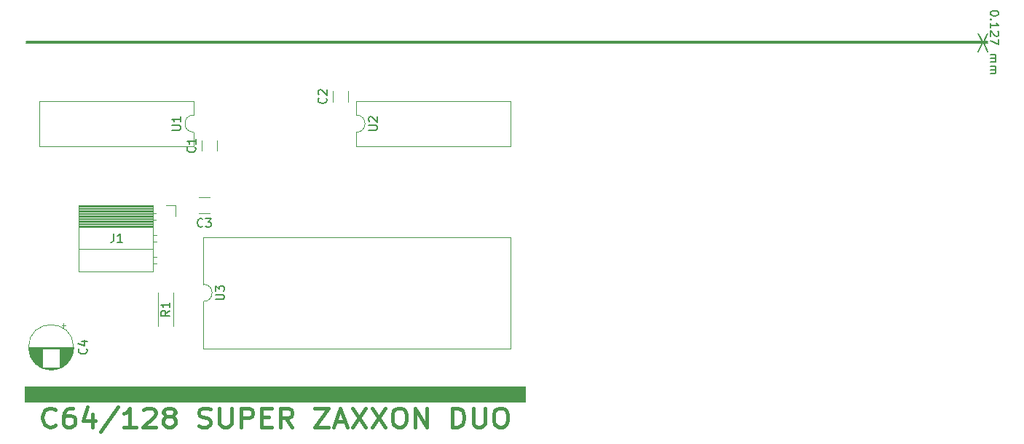
<source format=gbr>
G04 #@! TF.GenerationSoftware,KiCad,Pcbnew,(5.1.2)-1*
G04 #@! TF.CreationDate,2019-11-02T02:49:22-04:00*
G04 #@! TF.ProjectId,superzaxxonduo,73757065-727a-4617-9878-6f6e64756f2e,rev?*
G04 #@! TF.SameCoordinates,Original*
G04 #@! TF.FileFunction,Legend,Top*
G04 #@! TF.FilePolarity,Positive*
%FSLAX46Y46*%
G04 Gerber Fmt 4.6, Leading zero omitted, Abs format (unit mm)*
G04 Created by KiCad (PCBNEW (5.1.2)-1) date 2019-11-02 02:49:22*
%MOMM*%
%LPD*%
G04 APERTURE LIST*
%ADD10C,0.150000*%
%ADD11C,0.100000*%
%ADD12C,0.120000*%
%ADD13C,0.454000*%
G04 APERTURE END LIST*
D10*
X192093619Y-21399928D02*
X192093619Y-21495166D01*
X192046000Y-21590404D01*
X191998380Y-21638023D01*
X191903142Y-21685642D01*
X191712666Y-21733261D01*
X191474571Y-21733261D01*
X191284095Y-21685642D01*
X191188857Y-21638023D01*
X191141238Y-21590404D01*
X191093619Y-21495166D01*
X191093619Y-21399928D01*
X191141238Y-21304690D01*
X191188857Y-21257071D01*
X191284095Y-21209452D01*
X191474571Y-21161833D01*
X191712666Y-21161833D01*
X191903142Y-21209452D01*
X191998380Y-21257071D01*
X192046000Y-21304690D01*
X192093619Y-21399928D01*
X191188857Y-22161833D02*
X191141238Y-22209452D01*
X191093619Y-22161833D01*
X191141238Y-22114214D01*
X191188857Y-22161833D01*
X191093619Y-22161833D01*
X191093619Y-23161833D02*
X191093619Y-22590404D01*
X191093619Y-22876119D02*
X192093619Y-22876119D01*
X191950761Y-22780880D01*
X191855523Y-22685642D01*
X191807904Y-22590404D01*
X191998380Y-23542785D02*
X192046000Y-23590404D01*
X192093619Y-23685642D01*
X192093619Y-23923738D01*
X192046000Y-24018976D01*
X191998380Y-24066595D01*
X191903142Y-24114214D01*
X191807904Y-24114214D01*
X191665047Y-24066595D01*
X191093619Y-23495166D01*
X191093619Y-24114214D01*
X192093619Y-24447547D02*
X192093619Y-25114214D01*
X191093619Y-24685642D01*
X191093619Y-26257071D02*
X191760285Y-26257071D01*
X191665047Y-26257071D02*
X191712666Y-26304690D01*
X191760285Y-26399928D01*
X191760285Y-26542785D01*
X191712666Y-26638023D01*
X191617428Y-26685642D01*
X191093619Y-26685642D01*
X191617428Y-26685642D02*
X191712666Y-26733261D01*
X191760285Y-26828500D01*
X191760285Y-26971357D01*
X191712666Y-27066595D01*
X191617428Y-27114214D01*
X191093619Y-27114214D01*
X191093619Y-27590404D02*
X191760285Y-27590404D01*
X191665047Y-27590404D02*
X191712666Y-27638023D01*
X191760285Y-27733261D01*
X191760285Y-27876119D01*
X191712666Y-27971357D01*
X191617428Y-28018976D01*
X191093619Y-28018976D01*
X191617428Y-28018976D02*
X191712666Y-28066595D01*
X191760285Y-28161833D01*
X191760285Y-28304690D01*
X191712666Y-28399928D01*
X191617428Y-28447547D01*
X191093619Y-28447547D01*
X190246000Y-24765000D02*
X190246000Y-24892000D01*
X78994000Y-24765000D02*
X190832421Y-24765000D01*
X78994000Y-24892000D02*
X190832421Y-24892000D01*
X190246000Y-24892000D02*
X189659579Y-23765496D01*
X190246000Y-24892000D02*
X190832421Y-23765496D01*
X190246000Y-24765000D02*
X189659579Y-25891504D01*
X190246000Y-24765000D02*
X190832421Y-25891504D01*
D11*
G36*
X78867000Y-64833500D02*
G01*
X78867000Y-66611500D01*
X137033000Y-66611500D01*
X137033000Y-64833500D01*
X78867000Y-64833500D01*
G37*
X78867000Y-64833500D02*
X78867000Y-66611500D01*
X137033000Y-66611500D01*
X137033000Y-64833500D01*
X78867000Y-64833500D01*
D12*
X101250000Y-37479000D02*
X101250000Y-36221000D01*
X99410000Y-37479000D02*
X99410000Y-36221000D01*
X114650000Y-31764000D02*
X114650000Y-30506000D01*
X116490000Y-31764000D02*
X116490000Y-30506000D01*
X100344000Y-44735000D02*
X99086000Y-44735000D01*
X100344000Y-42895000D02*
X99086000Y-42895000D01*
X84535000Y-60305000D02*
G75*
G03X84535000Y-60305000I-2620000J0D01*
G01*
X84495000Y-60305000D02*
X79335000Y-60305000D01*
X84495000Y-60345000D02*
X79335000Y-60345000D01*
X84494000Y-60385000D02*
X79336000Y-60385000D01*
X84493000Y-60425000D02*
X79337000Y-60425000D01*
X84491000Y-60465000D02*
X79339000Y-60465000D01*
X84488000Y-60505000D02*
X79342000Y-60505000D01*
X84484000Y-60545000D02*
X82955000Y-60545000D01*
X80875000Y-60545000D02*
X79346000Y-60545000D01*
X84480000Y-60585000D02*
X82955000Y-60585000D01*
X80875000Y-60585000D02*
X79350000Y-60585000D01*
X84476000Y-60625000D02*
X82955000Y-60625000D01*
X80875000Y-60625000D02*
X79354000Y-60625000D01*
X84471000Y-60665000D02*
X82955000Y-60665000D01*
X80875000Y-60665000D02*
X79359000Y-60665000D01*
X84465000Y-60705000D02*
X82955000Y-60705000D01*
X80875000Y-60705000D02*
X79365000Y-60705000D01*
X84458000Y-60745000D02*
X82955000Y-60745000D01*
X80875000Y-60745000D02*
X79372000Y-60745000D01*
X84451000Y-60785000D02*
X82955000Y-60785000D01*
X80875000Y-60785000D02*
X79379000Y-60785000D01*
X84443000Y-60825000D02*
X82955000Y-60825000D01*
X80875000Y-60825000D02*
X79387000Y-60825000D01*
X84435000Y-60865000D02*
X82955000Y-60865000D01*
X80875000Y-60865000D02*
X79395000Y-60865000D01*
X84426000Y-60905000D02*
X82955000Y-60905000D01*
X80875000Y-60905000D02*
X79404000Y-60905000D01*
X84416000Y-60945000D02*
X82955000Y-60945000D01*
X80875000Y-60945000D02*
X79414000Y-60945000D01*
X84406000Y-60985000D02*
X82955000Y-60985000D01*
X80875000Y-60985000D02*
X79424000Y-60985000D01*
X84395000Y-61026000D02*
X82955000Y-61026000D01*
X80875000Y-61026000D02*
X79435000Y-61026000D01*
X84383000Y-61066000D02*
X82955000Y-61066000D01*
X80875000Y-61066000D02*
X79447000Y-61066000D01*
X84370000Y-61106000D02*
X82955000Y-61106000D01*
X80875000Y-61106000D02*
X79460000Y-61106000D01*
X84357000Y-61146000D02*
X82955000Y-61146000D01*
X80875000Y-61146000D02*
X79473000Y-61146000D01*
X84343000Y-61186000D02*
X82955000Y-61186000D01*
X80875000Y-61186000D02*
X79487000Y-61186000D01*
X84329000Y-61226000D02*
X82955000Y-61226000D01*
X80875000Y-61226000D02*
X79501000Y-61226000D01*
X84313000Y-61266000D02*
X82955000Y-61266000D01*
X80875000Y-61266000D02*
X79517000Y-61266000D01*
X84297000Y-61306000D02*
X82955000Y-61306000D01*
X80875000Y-61306000D02*
X79533000Y-61306000D01*
X84280000Y-61346000D02*
X82955000Y-61346000D01*
X80875000Y-61346000D02*
X79550000Y-61346000D01*
X84263000Y-61386000D02*
X82955000Y-61386000D01*
X80875000Y-61386000D02*
X79567000Y-61386000D01*
X84244000Y-61426000D02*
X82955000Y-61426000D01*
X80875000Y-61426000D02*
X79586000Y-61426000D01*
X84225000Y-61466000D02*
X82955000Y-61466000D01*
X80875000Y-61466000D02*
X79605000Y-61466000D01*
X84205000Y-61506000D02*
X82955000Y-61506000D01*
X80875000Y-61506000D02*
X79625000Y-61506000D01*
X84183000Y-61546000D02*
X82955000Y-61546000D01*
X80875000Y-61546000D02*
X79647000Y-61546000D01*
X84162000Y-61586000D02*
X82955000Y-61586000D01*
X80875000Y-61586000D02*
X79668000Y-61586000D01*
X84139000Y-61626000D02*
X82955000Y-61626000D01*
X80875000Y-61626000D02*
X79691000Y-61626000D01*
X84115000Y-61666000D02*
X82955000Y-61666000D01*
X80875000Y-61666000D02*
X79715000Y-61666000D01*
X84090000Y-61706000D02*
X82955000Y-61706000D01*
X80875000Y-61706000D02*
X79740000Y-61706000D01*
X84064000Y-61746000D02*
X82955000Y-61746000D01*
X80875000Y-61746000D02*
X79766000Y-61746000D01*
X84037000Y-61786000D02*
X82955000Y-61786000D01*
X80875000Y-61786000D02*
X79793000Y-61786000D01*
X84010000Y-61826000D02*
X82955000Y-61826000D01*
X80875000Y-61826000D02*
X79820000Y-61826000D01*
X83980000Y-61866000D02*
X82955000Y-61866000D01*
X80875000Y-61866000D02*
X79850000Y-61866000D01*
X83950000Y-61906000D02*
X82955000Y-61906000D01*
X80875000Y-61906000D02*
X79880000Y-61906000D01*
X83919000Y-61946000D02*
X82955000Y-61946000D01*
X80875000Y-61946000D02*
X79911000Y-61946000D01*
X83886000Y-61986000D02*
X82955000Y-61986000D01*
X80875000Y-61986000D02*
X79944000Y-61986000D01*
X83852000Y-62026000D02*
X82955000Y-62026000D01*
X80875000Y-62026000D02*
X79978000Y-62026000D01*
X83816000Y-62066000D02*
X82955000Y-62066000D01*
X80875000Y-62066000D02*
X80014000Y-62066000D01*
X83779000Y-62106000D02*
X82955000Y-62106000D01*
X80875000Y-62106000D02*
X80051000Y-62106000D01*
X83741000Y-62146000D02*
X82955000Y-62146000D01*
X80875000Y-62146000D02*
X80089000Y-62146000D01*
X83700000Y-62186000D02*
X82955000Y-62186000D01*
X80875000Y-62186000D02*
X80130000Y-62186000D01*
X83658000Y-62226000D02*
X82955000Y-62226000D01*
X80875000Y-62226000D02*
X80172000Y-62226000D01*
X83614000Y-62266000D02*
X82955000Y-62266000D01*
X80875000Y-62266000D02*
X80216000Y-62266000D01*
X83568000Y-62306000D02*
X82955000Y-62306000D01*
X80875000Y-62306000D02*
X80262000Y-62306000D01*
X83520000Y-62346000D02*
X82955000Y-62346000D01*
X80875000Y-62346000D02*
X80310000Y-62346000D01*
X83469000Y-62386000D02*
X82955000Y-62386000D01*
X80875000Y-62386000D02*
X80361000Y-62386000D01*
X83415000Y-62426000D02*
X82955000Y-62426000D01*
X80875000Y-62426000D02*
X80415000Y-62426000D01*
X83358000Y-62466000D02*
X82955000Y-62466000D01*
X80875000Y-62466000D02*
X80472000Y-62466000D01*
X83298000Y-62506000D02*
X82955000Y-62506000D01*
X80875000Y-62506000D02*
X80532000Y-62506000D01*
X83234000Y-62546000D02*
X82955000Y-62546000D01*
X80875000Y-62546000D02*
X80596000Y-62546000D01*
X83166000Y-62586000D02*
X82955000Y-62586000D01*
X80875000Y-62586000D02*
X80664000Y-62586000D01*
X83093000Y-62626000D02*
X80737000Y-62626000D01*
X83013000Y-62666000D02*
X80817000Y-62666000D01*
X82926000Y-62706000D02*
X80904000Y-62706000D01*
X82830000Y-62746000D02*
X81000000Y-62746000D01*
X82720000Y-62786000D02*
X81110000Y-62786000D01*
X82592000Y-62826000D02*
X81238000Y-62826000D01*
X82433000Y-62866000D02*
X81397000Y-62866000D01*
X82199000Y-62906000D02*
X81631000Y-62906000D01*
X83390000Y-57500225D02*
X83390000Y-58000225D01*
X83640000Y-57750225D02*
X83140000Y-57750225D01*
X85160000Y-43875000D02*
X93790000Y-43875000D01*
X85160000Y-43993095D02*
X93790000Y-43993095D01*
X85160000Y-44111190D02*
X93790000Y-44111190D01*
X85160000Y-44229285D02*
X93790000Y-44229285D01*
X85160000Y-44347380D02*
X93790000Y-44347380D01*
X85160000Y-44465475D02*
X93790000Y-44465475D01*
X85160000Y-44583570D02*
X93790000Y-44583570D01*
X85160000Y-44701665D02*
X93790000Y-44701665D01*
X85160000Y-44819760D02*
X93790000Y-44819760D01*
X85160000Y-44937855D02*
X93790000Y-44937855D01*
X85160000Y-45055950D02*
X93790000Y-45055950D01*
X85160000Y-45174045D02*
X93790000Y-45174045D01*
X85160000Y-45292140D02*
X93790000Y-45292140D01*
X85160000Y-45410235D02*
X93790000Y-45410235D01*
X85160000Y-45528330D02*
X93790000Y-45528330D01*
X85160000Y-45646425D02*
X93790000Y-45646425D01*
X85160000Y-45764520D02*
X93790000Y-45764520D01*
X85160000Y-45882615D02*
X93790000Y-45882615D01*
X85160000Y-46000710D02*
X93790000Y-46000710D01*
X85160000Y-46118805D02*
X93790000Y-46118805D01*
X85160000Y-46236900D02*
X93790000Y-46236900D01*
X93790000Y-44725000D02*
X94140000Y-44725000D01*
X93790000Y-45445000D02*
X94140000Y-45445000D01*
X93790000Y-47265000D02*
X94200000Y-47265000D01*
X93790000Y-47985000D02*
X94200000Y-47985000D01*
X93790000Y-49805000D02*
X94200000Y-49805000D01*
X93790000Y-50525000D02*
X94200000Y-50525000D01*
X85160000Y-46355000D02*
X93790000Y-46355000D01*
X85160000Y-48895000D02*
X93790000Y-48895000D01*
X85160000Y-43755000D02*
X93790000Y-43755000D01*
X93790000Y-43755000D02*
X93790000Y-51495000D01*
X85160000Y-51495000D02*
X93790000Y-51495000D01*
X85160000Y-43755000D02*
X85160000Y-51495000D01*
X96360000Y-43755000D02*
X96360000Y-45085000D01*
X95250000Y-43755000D02*
X96360000Y-43755000D01*
X94330000Y-57800000D02*
X94330000Y-53960000D01*
X96170000Y-57800000D02*
X96170000Y-53960000D01*
X98485000Y-35290000D02*
G75*
G02X98485000Y-33290000I0J1000000D01*
G01*
X98485000Y-33290000D02*
X98485000Y-31640000D01*
X98485000Y-31640000D02*
X80585000Y-31640000D01*
X80585000Y-31640000D02*
X80585000Y-36940000D01*
X80585000Y-36940000D02*
X98485000Y-36940000D01*
X98485000Y-36940000D02*
X98485000Y-35290000D01*
X117415000Y-31640000D02*
X117415000Y-33290000D01*
X135315000Y-31640000D02*
X117415000Y-31640000D01*
X135315000Y-36940000D02*
X135315000Y-31640000D01*
X117415000Y-36940000D02*
X135315000Y-36940000D01*
X117415000Y-35290000D02*
X117415000Y-36940000D01*
X117415000Y-33290000D02*
G75*
G02X117415000Y-35290000I0J-1000000D01*
G01*
X99635000Y-52975000D02*
G75*
G02X99635000Y-54975000I0J-1000000D01*
G01*
X99635000Y-54975000D02*
X99635000Y-60435000D01*
X99635000Y-60435000D02*
X135315000Y-60435000D01*
X135315000Y-60435000D02*
X135315000Y-47515000D01*
X135315000Y-47515000D02*
X99635000Y-47515000D01*
X99635000Y-47515000D02*
X99635000Y-52975000D01*
D13*
X82407142Y-69365714D02*
X82292857Y-69470476D01*
X81950000Y-69575238D01*
X81721428Y-69575238D01*
X81378571Y-69470476D01*
X81150000Y-69260952D01*
X81035714Y-69051428D01*
X80921428Y-68632380D01*
X80921428Y-68318095D01*
X81035714Y-67899047D01*
X81150000Y-67689523D01*
X81378571Y-67480000D01*
X81721428Y-67375238D01*
X81950000Y-67375238D01*
X82292857Y-67480000D01*
X82407142Y-67584761D01*
X84464285Y-67375238D02*
X84007142Y-67375238D01*
X83778571Y-67480000D01*
X83664285Y-67584761D01*
X83435714Y-67899047D01*
X83321428Y-68318095D01*
X83321428Y-69156190D01*
X83435714Y-69365714D01*
X83550000Y-69470476D01*
X83778571Y-69575238D01*
X84235714Y-69575238D01*
X84464285Y-69470476D01*
X84578571Y-69365714D01*
X84692857Y-69156190D01*
X84692857Y-68632380D01*
X84578571Y-68422857D01*
X84464285Y-68318095D01*
X84235714Y-68213333D01*
X83778571Y-68213333D01*
X83550000Y-68318095D01*
X83435714Y-68422857D01*
X83321428Y-68632380D01*
X86750000Y-68108571D02*
X86750000Y-69575238D01*
X86178571Y-67270476D02*
X85607142Y-68841904D01*
X87092857Y-68841904D01*
X89721428Y-67270476D02*
X87664285Y-70099047D01*
X91778571Y-69575238D02*
X90407142Y-69575238D01*
X91092857Y-69575238D02*
X91092857Y-67375238D01*
X90864285Y-67689523D01*
X90635714Y-67899047D01*
X90407142Y-68003809D01*
X92692857Y-67584761D02*
X92807142Y-67480000D01*
X93035714Y-67375238D01*
X93607142Y-67375238D01*
X93835714Y-67480000D01*
X93950000Y-67584761D01*
X94064285Y-67794285D01*
X94064285Y-68003809D01*
X93950000Y-68318095D01*
X92578571Y-69575238D01*
X94064285Y-69575238D01*
X95435714Y-68318095D02*
X95207142Y-68213333D01*
X95092857Y-68108571D01*
X94978571Y-67899047D01*
X94978571Y-67794285D01*
X95092857Y-67584761D01*
X95207142Y-67480000D01*
X95435714Y-67375238D01*
X95892857Y-67375238D01*
X96121428Y-67480000D01*
X96235714Y-67584761D01*
X96350000Y-67794285D01*
X96350000Y-67899047D01*
X96235714Y-68108571D01*
X96121428Y-68213333D01*
X95892857Y-68318095D01*
X95435714Y-68318095D01*
X95207142Y-68422857D01*
X95092857Y-68527619D01*
X94978571Y-68737142D01*
X94978571Y-69156190D01*
X95092857Y-69365714D01*
X95207142Y-69470476D01*
X95435714Y-69575238D01*
X95892857Y-69575238D01*
X96121428Y-69470476D01*
X96235714Y-69365714D01*
X96350000Y-69156190D01*
X96350000Y-68737142D01*
X96235714Y-68527619D01*
X96121428Y-68422857D01*
X95892857Y-68318095D01*
X99092857Y-69470476D02*
X99435714Y-69575238D01*
X100007142Y-69575238D01*
X100235714Y-69470476D01*
X100350000Y-69365714D01*
X100464285Y-69156190D01*
X100464285Y-68946666D01*
X100350000Y-68737142D01*
X100235714Y-68632380D01*
X100007142Y-68527619D01*
X99550000Y-68422857D01*
X99321428Y-68318095D01*
X99207142Y-68213333D01*
X99092857Y-68003809D01*
X99092857Y-67794285D01*
X99207142Y-67584761D01*
X99321428Y-67480000D01*
X99550000Y-67375238D01*
X100121428Y-67375238D01*
X100464285Y-67480000D01*
X101492857Y-67375238D02*
X101492857Y-69156190D01*
X101607142Y-69365714D01*
X101721428Y-69470476D01*
X101950000Y-69575238D01*
X102407142Y-69575238D01*
X102635714Y-69470476D01*
X102750000Y-69365714D01*
X102864285Y-69156190D01*
X102864285Y-67375238D01*
X104007142Y-69575238D02*
X104007142Y-67375238D01*
X104921428Y-67375238D01*
X105150000Y-67480000D01*
X105264285Y-67584761D01*
X105378571Y-67794285D01*
X105378571Y-68108571D01*
X105264285Y-68318095D01*
X105150000Y-68422857D01*
X104921428Y-68527619D01*
X104007142Y-68527619D01*
X106407142Y-68422857D02*
X107207142Y-68422857D01*
X107550000Y-69575238D02*
X106407142Y-69575238D01*
X106407142Y-67375238D01*
X107550000Y-67375238D01*
X109950000Y-69575238D02*
X109150000Y-68527619D01*
X108578571Y-69575238D02*
X108578571Y-67375238D01*
X109492857Y-67375238D01*
X109721428Y-67480000D01*
X109835714Y-67584761D01*
X109950000Y-67794285D01*
X109950000Y-68108571D01*
X109835714Y-68318095D01*
X109721428Y-68422857D01*
X109492857Y-68527619D01*
X108578571Y-68527619D01*
X112578571Y-67375238D02*
X114178571Y-67375238D01*
X112578571Y-69575238D01*
X114178571Y-69575238D01*
X114978571Y-68946666D02*
X116121428Y-68946666D01*
X114750000Y-69575238D02*
X115550000Y-67375238D01*
X116350000Y-69575238D01*
X116921428Y-67375238D02*
X118521428Y-69575238D01*
X118521428Y-67375238D02*
X116921428Y-69575238D01*
X119207142Y-67375238D02*
X120807142Y-69575238D01*
X120807142Y-67375238D02*
X119207142Y-69575238D01*
X122178571Y-67375238D02*
X122635714Y-67375238D01*
X122864285Y-67480000D01*
X123092857Y-67689523D01*
X123207142Y-68108571D01*
X123207142Y-68841904D01*
X123092857Y-69260952D01*
X122864285Y-69470476D01*
X122635714Y-69575238D01*
X122178571Y-69575238D01*
X121950000Y-69470476D01*
X121721428Y-69260952D01*
X121607142Y-68841904D01*
X121607142Y-68108571D01*
X121721428Y-67689523D01*
X121950000Y-67480000D01*
X122178571Y-67375238D01*
X124235714Y-69575238D02*
X124235714Y-67375238D01*
X125607142Y-69575238D01*
X125607142Y-67375238D01*
X128578571Y-69575238D02*
X128578571Y-67375238D01*
X129150000Y-67375238D01*
X129492857Y-67480000D01*
X129721428Y-67689523D01*
X129835714Y-67899047D01*
X129950000Y-68318095D01*
X129950000Y-68632380D01*
X129835714Y-69051428D01*
X129721428Y-69260952D01*
X129492857Y-69470476D01*
X129150000Y-69575238D01*
X128578571Y-69575238D01*
X130978571Y-67375238D02*
X130978571Y-69156190D01*
X131092857Y-69365714D01*
X131207142Y-69470476D01*
X131435714Y-69575238D01*
X131892857Y-69575238D01*
X132121428Y-69470476D01*
X132235714Y-69365714D01*
X132350000Y-69156190D01*
X132350000Y-67375238D01*
X133950000Y-67375238D02*
X134407142Y-67375238D01*
X134635714Y-67480000D01*
X134864285Y-67689523D01*
X134978571Y-68108571D01*
X134978571Y-68841904D01*
X134864285Y-69260952D01*
X134635714Y-69470476D01*
X134407142Y-69575238D01*
X133950000Y-69575238D01*
X133721428Y-69470476D01*
X133492857Y-69260952D01*
X133378571Y-68841904D01*
X133378571Y-68108571D01*
X133492857Y-67689523D01*
X133721428Y-67480000D01*
X133950000Y-67375238D01*
D10*
X98637142Y-37016666D02*
X98684761Y-37064285D01*
X98732380Y-37207142D01*
X98732380Y-37302380D01*
X98684761Y-37445238D01*
X98589523Y-37540476D01*
X98494285Y-37588095D01*
X98303809Y-37635714D01*
X98160952Y-37635714D01*
X97970476Y-37588095D01*
X97875238Y-37540476D01*
X97780000Y-37445238D01*
X97732380Y-37302380D01*
X97732380Y-37207142D01*
X97780000Y-37064285D01*
X97827619Y-37016666D01*
X98732380Y-36064285D02*
X98732380Y-36635714D01*
X98732380Y-36350000D02*
X97732380Y-36350000D01*
X97875238Y-36445238D01*
X97970476Y-36540476D01*
X98018095Y-36635714D01*
X113877142Y-31301666D02*
X113924761Y-31349285D01*
X113972380Y-31492142D01*
X113972380Y-31587380D01*
X113924761Y-31730238D01*
X113829523Y-31825476D01*
X113734285Y-31873095D01*
X113543809Y-31920714D01*
X113400952Y-31920714D01*
X113210476Y-31873095D01*
X113115238Y-31825476D01*
X113020000Y-31730238D01*
X112972380Y-31587380D01*
X112972380Y-31492142D01*
X113020000Y-31349285D01*
X113067619Y-31301666D01*
X113067619Y-30920714D02*
X113020000Y-30873095D01*
X112972380Y-30777857D01*
X112972380Y-30539761D01*
X113020000Y-30444523D01*
X113067619Y-30396904D01*
X113162857Y-30349285D01*
X113258095Y-30349285D01*
X113400952Y-30396904D01*
X113972380Y-30968333D01*
X113972380Y-30349285D01*
X99548333Y-46222142D02*
X99500714Y-46269761D01*
X99357857Y-46317380D01*
X99262619Y-46317380D01*
X99119761Y-46269761D01*
X99024523Y-46174523D01*
X98976904Y-46079285D01*
X98929285Y-45888809D01*
X98929285Y-45745952D01*
X98976904Y-45555476D01*
X99024523Y-45460238D01*
X99119761Y-45365000D01*
X99262619Y-45317380D01*
X99357857Y-45317380D01*
X99500714Y-45365000D01*
X99548333Y-45412619D01*
X99881666Y-45317380D02*
X100500714Y-45317380D01*
X100167380Y-45698333D01*
X100310238Y-45698333D01*
X100405476Y-45745952D01*
X100453095Y-45793571D01*
X100500714Y-45888809D01*
X100500714Y-46126904D01*
X100453095Y-46222142D01*
X100405476Y-46269761D01*
X100310238Y-46317380D01*
X100024523Y-46317380D01*
X99929285Y-46269761D01*
X99881666Y-46222142D01*
X86022142Y-60471666D02*
X86069761Y-60519285D01*
X86117380Y-60662142D01*
X86117380Y-60757380D01*
X86069761Y-60900238D01*
X85974523Y-60995476D01*
X85879285Y-61043095D01*
X85688809Y-61090714D01*
X85545952Y-61090714D01*
X85355476Y-61043095D01*
X85260238Y-60995476D01*
X85165000Y-60900238D01*
X85117380Y-60757380D01*
X85117380Y-60662142D01*
X85165000Y-60519285D01*
X85212619Y-60471666D01*
X85450714Y-59614523D02*
X86117380Y-59614523D01*
X85069761Y-59852619D02*
X85784047Y-60090714D01*
X85784047Y-59471666D01*
X89201666Y-47077380D02*
X89201666Y-47791666D01*
X89154047Y-47934523D01*
X89058809Y-48029761D01*
X88915952Y-48077380D01*
X88820714Y-48077380D01*
X90201666Y-48077380D02*
X89630238Y-48077380D01*
X89915952Y-48077380D02*
X89915952Y-47077380D01*
X89820714Y-47220238D01*
X89725476Y-47315476D01*
X89630238Y-47363095D01*
X95702380Y-56046666D02*
X95226190Y-56380000D01*
X95702380Y-56618095D02*
X94702380Y-56618095D01*
X94702380Y-56237142D01*
X94750000Y-56141904D01*
X94797619Y-56094285D01*
X94892857Y-56046666D01*
X95035714Y-56046666D01*
X95130952Y-56094285D01*
X95178571Y-56141904D01*
X95226190Y-56237142D01*
X95226190Y-56618095D01*
X95702380Y-55094285D02*
X95702380Y-55665714D01*
X95702380Y-55380000D02*
X94702380Y-55380000D01*
X94845238Y-55475238D01*
X94940476Y-55570476D01*
X94988095Y-55665714D01*
X95972380Y-35051904D02*
X96781904Y-35051904D01*
X96877142Y-35004285D01*
X96924761Y-34956666D01*
X96972380Y-34861428D01*
X96972380Y-34670952D01*
X96924761Y-34575714D01*
X96877142Y-34528095D01*
X96781904Y-34480476D01*
X95972380Y-34480476D01*
X96972380Y-33480476D02*
X96972380Y-34051904D01*
X96972380Y-33766190D02*
X95972380Y-33766190D01*
X96115238Y-33861428D01*
X96210476Y-33956666D01*
X96258095Y-34051904D01*
X118832380Y-35051904D02*
X119641904Y-35051904D01*
X119737142Y-35004285D01*
X119784761Y-34956666D01*
X119832380Y-34861428D01*
X119832380Y-34670952D01*
X119784761Y-34575714D01*
X119737142Y-34528095D01*
X119641904Y-34480476D01*
X118832380Y-34480476D01*
X118927619Y-34051904D02*
X118880000Y-34004285D01*
X118832380Y-33909047D01*
X118832380Y-33670952D01*
X118880000Y-33575714D01*
X118927619Y-33528095D01*
X119022857Y-33480476D01*
X119118095Y-33480476D01*
X119260952Y-33528095D01*
X119832380Y-34099523D01*
X119832380Y-33480476D01*
X101052380Y-54736904D02*
X101861904Y-54736904D01*
X101957142Y-54689285D01*
X102004761Y-54641666D01*
X102052380Y-54546428D01*
X102052380Y-54355952D01*
X102004761Y-54260714D01*
X101957142Y-54213095D01*
X101861904Y-54165476D01*
X101052380Y-54165476D01*
X101052380Y-53784523D02*
X101052380Y-53165476D01*
X101433333Y-53498809D01*
X101433333Y-53355952D01*
X101480952Y-53260714D01*
X101528571Y-53213095D01*
X101623809Y-53165476D01*
X101861904Y-53165476D01*
X101957142Y-53213095D01*
X102004761Y-53260714D01*
X102052380Y-53355952D01*
X102052380Y-53641666D01*
X102004761Y-53736904D01*
X101957142Y-53784523D01*
M02*

</source>
